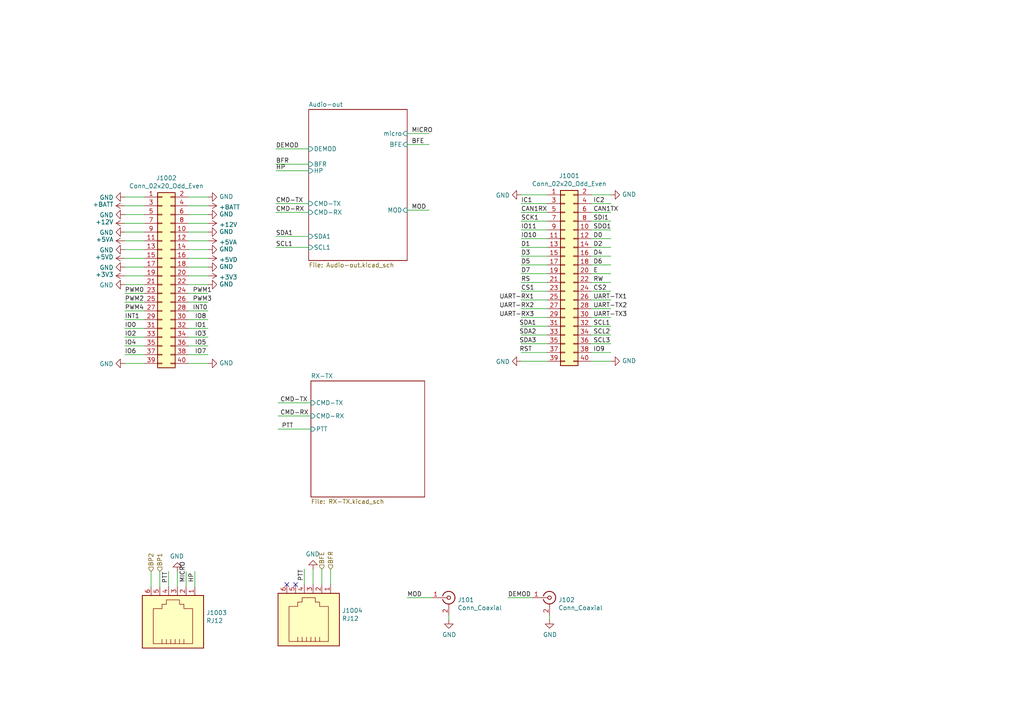
<source format=kicad_sch>
(kicad_sch (version 20211123) (generator eeschema)
  (paper "A4")
  (lib_symbols
    (symbol "Connector:Conn_Coaxial" (pin_names (offset 1.016) hide)
      (property "Reference" "J" (at 0.254 3.048 0))
      (property "Value" "Conn_Coaxial" (at 2.921 0 90))
      (symbol "Conn_Coaxial_0_1"
        (arc (start -1.778 -0.508) (mid 0.2311 -1.8066) (end 1.778 0) (stroke (width 0.254)))
        (polyline (pts (xy -2.54 0) (xy -0.508 0)))
        (polyline (pts (xy 0 -2.54) (xy 0 -1.778)))
        (circle (center 0 0) (radius 0.508) (stroke (width 0.2032)))
        (arc (start 1.778 0) (mid 0.2099 1.8101) (end -1.778 0.508) (stroke (width 0.254)))
      )
      (symbol "Conn_Coaxial_1_1"
        (pin passive line (at -5.08 0 0) (length 2.54) (name "In") (number "1"))
        (pin passive line (at 0 -5.08 90) (length 2.54) (name "Ext") (number "2"))
      )
    )
    (symbol "Connector:RJ12" (pin_names (offset 1.016))
      (property "Reference" "J" (at -5.08 11.43 0))
      (property "Value" "RJ12" (at 2.54 11.43 0))
      (symbol "RJ12_0_1"
        (polyline (pts (xy -6.35 -1.905) (xy -5.08 -1.905) (xy -5.08 -1.905)))
        (polyline (pts (xy -6.35 -0.635) (xy -5.08 -0.635) (xy -5.08 -0.635)))
        (polyline (pts (xy -6.35 0.635) (xy -5.08 0.635) (xy -5.08 0.635)))
        (polyline (pts (xy -6.35 1.905) (xy -5.08 1.905) (xy -5.08 1.905)))
        (polyline (pts (xy -6.35 3.175) (xy -5.08 3.175) (xy -5.08 3.175)))
        (polyline (pts (xy -5.08 4.445) (xy -6.35 4.445) (xy -6.35 4.445)))
        (polyline (pts (xy -6.35 -4.445) (xy -6.35 6.985) (xy 3.81 6.985) (xy 3.81 4.445) (xy 5.08 4.445) (xy 5.08 3.175) (xy 6.35 3.175) (xy 6.35 -0.635) (xy 5.08 -0.635) (xy 5.08 -1.905) (xy 3.81 -1.905) (xy 3.81 -4.445) (xy -6.35 -4.445) (xy -6.35 -4.445)))
        (rectangle (start 7.62 10.16) (end -7.62 -7.62) (stroke (width 0.254)) (fill (type background)))
      )
      (symbol "RJ12_1_1"
        (pin passive line (at 10.16 -5.08 180) (length 2.54) (name "~") (number "1"))
        (pin passive line (at 10.16 -2.54 180) (length 2.54) (name "~") (number "2"))
        (pin passive line (at 10.16 0 180) (length 2.54) (name "~") (number "3"))
        (pin passive line (at 10.16 2.54 180) (length 2.54) (name "~") (number "4"))
        (pin passive line (at 10.16 5.08 180) (length 2.54) (name "~") (number "5"))
        (pin passive line (at 10.16 7.62 180) (length 2.54) (name "~") (number "6"))
      )
    )
    (symbol "Connector_Generic:Conn_02x20_Odd_Even" (pin_names (offset 1.016) hide)
      (property "Reference" "J" (at 1.27 25.4 0))
      (property "Value" "Conn_02x20_Odd_Even" (at 1.27 -27.94 0))
      (symbol "Conn_02x20_Odd_Even_1_1"
        (rectangle (start -1.27 -25.273) (end 0 -25.527) (stroke (width 0.1524)))
        (rectangle (start -1.27 -22.733) (end 0 -22.987) (stroke (width 0.1524)))
        (rectangle (start -1.27 -20.193) (end 0 -20.447) (stroke (width 0.1524)))
        (rectangle (start -1.27 -17.653) (end 0 -17.907) (stroke (width 0.1524)))
        (rectangle (start -1.27 -15.113) (end 0 -15.367) (stroke (width 0.1524)))
        (rectangle (start -1.27 -12.573) (end 0 -12.827) (stroke (width 0.1524)))
        (rectangle (start -1.27 -10.033) (end 0 -10.287) (stroke (width 0.1524)))
        (rectangle (start -1.27 -7.493) (end 0 -7.747) (stroke (width 0.1524)))
        (rectangle (start -1.27 -4.953) (end 0 -5.207) (stroke (width 0.1524)))
        (rectangle (start -1.27 -2.413) (end 0 -2.667) (stroke (width 0.1524)))
        (rectangle (start -1.27 0.127) (end 0 -0.127) (stroke (width 0.1524)))
        (rectangle (start -1.27 2.667) (end 0 2.413) (stroke (width 0.1524)))
        (rectangle (start -1.27 5.207) (end 0 4.953) (stroke (width 0.1524)))
        (rectangle (start -1.27 7.747) (end 0 7.493) (stroke (width 0.1524)))
        (rectangle (start -1.27 10.287) (end 0 10.033) (stroke (width 0.1524)))
        (rectangle (start -1.27 12.827) (end 0 12.573) (stroke (width 0.1524)))
        (rectangle (start -1.27 15.367) (end 0 15.113) (stroke (width 0.1524)))
        (rectangle (start -1.27 17.907) (end 0 17.653) (stroke (width 0.1524)))
        (rectangle (start -1.27 20.447) (end 0 20.193) (stroke (width 0.1524)))
        (rectangle (start -1.27 22.987) (end 0 22.733) (stroke (width 0.1524)))
        (rectangle (start -1.27 24.13) (end 3.81 -26.67) (stroke (width 0.254)) (fill (type background)))
        (rectangle (start 3.81 -25.273) (end 2.54 -25.527) (stroke (width 0.1524)))
        (rectangle (start 3.81 -22.733) (end 2.54 -22.987) (stroke (width 0.1524)))
        (rectangle (start 3.81 -20.193) (end 2.54 -20.447) (stroke (width 0.1524)))
        (rectangle (start 3.81 -17.653) (end 2.54 -17.907) (stroke (width 0.1524)))
        (rectangle (start 3.81 -15.113) (end 2.54 -15.367) (stroke (width 0.1524)))
        (rectangle (start 3.81 -12.573) (end 2.54 -12.827) (stroke (width 0.1524)))
        (rectangle (start 3.81 -10.033) (end 2.54 -10.287) (stroke (width 0.1524)))
        (rectangle (start 3.81 -7.493) (end 2.54 -7.747) (stroke (width 0.1524)))
        (rectangle (start 3.81 -4.953) (end 2.54 -5.207) (stroke (width 0.1524)))
        (rectangle (start 3.81 -2.413) (end 2.54 -2.667) (stroke (width 0.1524)))
        (rectangle (start 3.81 0.127) (end 2.54 -0.127) (stroke (width 0.1524)))
        (rectangle (start 3.81 2.667) (end 2.54 2.413) (stroke (width 0.1524)))
        (rectangle (start 3.81 5.207) (end 2.54 4.953) (stroke (width 0.1524)))
        (rectangle (start 3.81 7.747) (end 2.54 7.493) (stroke (width 0.1524)))
        (rectangle (start 3.81 10.287) (end 2.54 10.033) (stroke (width 0.1524)))
        (rectangle (start 3.81 12.827) (end 2.54 12.573) (stroke (width 0.1524)))
        (rectangle (start 3.81 15.367) (end 2.54 15.113) (stroke (width 0.1524)))
        (rectangle (start 3.81 17.907) (end 2.54 17.653) (stroke (width 0.1524)))
        (rectangle (start 3.81 20.447) (end 2.54 20.193) (stroke (width 0.1524)))
        (rectangle (start 3.81 22.987) (end 2.54 22.733) (stroke (width 0.1524)))
        (pin passive line (at -5.08 22.86 0) (length 3.81) (name "Pin_1") (number "1"))
        (pin passive line (at 7.62 12.7 180) (length 3.81) (name "Pin_10") (number "10"))
        (pin passive line (at -5.08 10.16 0) (length 3.81) (name "Pin_11") (number "11"))
        (pin passive line (at 7.62 10.16 180) (length 3.81) (name "Pin_12") (number "12"))
        (pin passive line (at -5.08 7.62 0) (length 3.81) (name "Pin_13") (number "13"))
        (pin passive line (at 7.62 7.62 180) (length 3.81) (name "Pin_14") (number "14"))
        (pin passive line (at -5.08 5.08 0) (length 3.81) (name "Pin_15") (number "15"))
        (pin passive line (at 7.62 5.08 180) (length 3.81) (name "Pin_16") (number "16"))
        (pin passive line (at -5.08 2.54 0) (length 3.81) (name "Pin_17") (number "17"))
        (pin passive line (at 7.62 2.54 180) (length 3.81) (name "Pin_18") (number "18"))
        (pin passive line (at -5.08 0 0) (length 3.81) (name "Pin_19") (number "19"))
        (pin passive line (at 7.62 22.86 180) (length 3.81) (name "Pin_2") (number "2"))
        (pin passive line (at 7.62 0 180) (length 3.81) (name "Pin_20") (number "20"))
        (pin passive line (at -5.08 -2.54 0) (length 3.81) (name "Pin_21") (number "21"))
        (pin passive line (at 7.62 -2.54 180) (length 3.81) (name "Pin_22") (number "22"))
        (pin passive line (at -5.08 -5.08 0) (length 3.81) (name "Pin_23") (number "23"))
        (pin passive line (at 7.62 -5.08 180) (length 3.81) (name "Pin_24") (number "24"))
        (pin passive line (at -5.08 -7.62 0) (length 3.81) (name "Pin_25") (number "25"))
        (pin passive line (at 7.62 -7.62 180) (length 3.81) (name "Pin_26") (number "26"))
        (pin passive line (at -5.08 -10.16 0) (length 3.81) (name "Pin_27") (number "27"))
        (pin passive line (at 7.62 -10.16 180) (length 3.81) (name "Pin_28") (number "28"))
        (pin passive line (at -5.08 -12.7 0) (length 3.81) (name "Pin_29") (number "29"))
        (pin passive line (at -5.08 20.32 0) (length 3.81) (name "Pin_3") (number "3"))
        (pin passive line (at 7.62 -12.7 180) (length 3.81) (name "Pin_30") (number "30"))
        (pin passive line (at -5.08 -15.24 0) (length 3.81) (name "Pin_31") (number "31"))
        (pin passive line (at 7.62 -15.24 180) (length 3.81) (name "Pin_32") (number "32"))
        (pin passive line (at -5.08 -17.78 0) (length 3.81) (name "Pin_33") (number "33"))
        (pin passive line (at 7.62 -17.78 180) (length 3.81) (name "Pin_34") (number "34"))
        (pin passive line (at -5.08 -20.32 0) (length 3.81) (name "Pin_35") (number "35"))
        (pin passive line (at 7.62 -20.32 180) (length 3.81) (name "Pin_36") (number "36"))
        (pin passive line (at -5.08 -22.86 0) (length 3.81) (name "Pin_37") (number "37"))
        (pin passive line (at 7.62 -22.86 180) (length 3.81) (name "Pin_38") (number "38"))
        (pin passive line (at -5.08 -25.4 0) (length 3.81) (name "Pin_39") (number "39"))
        (pin passive line (at 7.62 20.32 180) (length 3.81) (name "Pin_4") (number "4"))
        (pin passive line (at 7.62 -25.4 180) (length 3.81) (name "Pin_40") (number "40"))
        (pin passive line (at -5.08 17.78 0) (length 3.81) (name "Pin_5") (number "5"))
        (pin passive line (at 7.62 17.78 180) (length 3.81) (name "Pin_6") (number "6"))
        (pin passive line (at -5.08 15.24 0) (length 3.81) (name "Pin_7") (number "7"))
        (pin passive line (at 7.62 15.24 180) (length 3.81) (name "Pin_8") (number "8"))
        (pin passive line (at -5.08 12.7 0) (length 3.81) (name "Pin_9") (number "9"))
      )
    )
    (symbol "power:+12V" (power) (pin_names (offset 0))
      (property "Value" "+12V" (at 0 3.556 0))
      (symbol "+12V_0_1"
        (polyline (pts (xy -0.762 1.27) (xy 0 2.54)))
        (polyline (pts (xy 0 0) (xy 0 2.54)))
        (polyline (pts (xy 0 2.54) (xy 0.762 1.27)))
      )
      (symbol "+12V_1_1"
        (pin power_in line (at 0 0 90) (length 0) hide (name "+12V") (number "1"))
      )
    )
    (symbol "power:+3.3V" (power) (pin_names (offset 0))
      (property "Value" "+3.3V" (at 0 3.556 0))
      (symbol "+3.3V_0_1"
        (polyline (pts (xy -0.762 1.27) (xy 0 2.54)))
        (polyline (pts (xy 0 0) (xy 0 2.54)))
        (polyline (pts (xy 0 2.54) (xy 0.762 1.27)))
      )
      (symbol "+3.3V_1_1"
        (pin power_in line (at 0 0 90) (length 0) hide (name "+3V3") (number "1"))
      )
    )
    (symbol "power:+5VA" (power) (pin_names (offset 0))
      (property "Value" "+5VA" (at 0 3.556 0))
      (symbol "+5VA_0_1"
        (polyline (pts (xy -0.762 1.27) (xy 0 2.54)))
        (polyline (pts (xy 0 0) (xy 0 2.54)))
        (polyline (pts (xy 0 2.54) (xy 0.762 1.27)))
      )
      (symbol "+5VA_1_1"
        (pin power_in line (at 0 0 90) (length 0) hide (name "+5VA") (number "1"))
      )
    )
    (symbol "power:+5VD" (power) (pin_names (offset 0))
      (property "Value" "+5VD" (at 0 3.556 0))
      (symbol "+5VD_0_1"
        (polyline (pts (xy -0.762 1.27) (xy 0 2.54)))
        (polyline (pts (xy 0 0) (xy 0 2.54)))
        (polyline (pts (xy 0 2.54) (xy 0.762 1.27)))
      )
      (symbol "+5VD_1_1"
        (pin power_in line (at 0 0 90) (length 0) hide (name "+5VD") (number "1"))
      )
    )
    (symbol "power:+BATT" (power) (pin_names (offset 0))
      (property "Value" "+BATT" (at 0 3.556 0))
      (symbol "+BATT_0_1"
        (polyline (pts (xy -0.762 1.27) (xy 0 2.54)))
        (polyline (pts (xy 0 0) (xy 0 2.54)))
        (polyline (pts (xy 0 2.54) (xy 0.762 1.27)))
      )
      (symbol "+BATT_1_1"
        (pin power_in line (at 0 0 90) (length 0) hide (name "+BATT") (number "1"))
      )
    )
    (symbol "power:GND" (power) (pin_names (offset 0))
      (property "Value" "GND" (at 0 -3.81 0))
      (symbol "GND_0_1"
        (polyline (pts (xy 0 0) (xy 0 -1.27) (xy 1.27 -1.27) (xy 0 -2.54) (xy -1.27 -1.27) (xy 0 -1.27)))
      )
      (symbol "GND_1_1"
        (pin power_in line (at 0 0 270) (length 0) hide (name "GND") (number "1"))
      )
    )
  )
  (no_connect (at 85.725 169.545))
  (no_connect (at 83.185 169.545))
  (wire (pts (xy 95.885 169.545) (xy 95.885 165.1)))
  (wire (pts (xy 158.75 74.295) (xy 151.13 74.295)))
  (wire (pts (xy 41.91 57.15) (xy 36.195 57.15)))
  (wire (pts (xy 60.325 92.71) (xy 54.61 92.71)))
  (wire (pts (xy 41.91 69.85) (xy 36.195 69.85)))
  (wire (pts (xy 154.305 173.355) (xy 147.32 173.355)))
  (wire (pts (xy 177.165 64.135) (xy 171.45 64.135)))
  (wire (pts (xy 158.75 94.615) (xy 151.13 94.615)))
  (wire (pts (xy 158.75 71.755) (xy 151.13 71.755)))
  (wire (pts (xy 158.75 79.375) (xy 151.13 79.375)))
  (wire (pts (xy 158.75 89.535) (xy 151.13 89.535)))
  (wire (pts (xy 60.325 100.33) (xy 54.61 100.33)))
  (wire (pts (xy 41.91 82.55) (xy 36.195 82.55)))
  (wire (pts (xy 41.91 102.87) (xy 36.195 102.87)))
  (wire (pts (xy 177.165 66.675) (xy 171.45 66.675)))
  (wire (pts (xy 60.325 67.31) (xy 54.61 67.31)))
  (wire (pts (xy 158.75 99.695) (xy 151.13 99.695)))
  (wire (pts (xy 177.165 61.595) (xy 171.45 61.595)))
  (wire (pts (xy 80.01 71.755) (xy 89.535 71.755)))
  (wire (pts (xy 80.01 68.58) (xy 89.535 68.58)))
  (wire (pts (xy 41.91 90.17) (xy 36.195 90.17)))
  (wire (pts (xy 80.01 43.18) (xy 89.535 43.18)))
  (wire (pts (xy 46.355 165.735) (xy 46.355 170.18)))
  (wire (pts (xy 80.01 61.595) (xy 89.535 61.595)))
  (wire (pts (xy 158.75 104.775) (xy 151.13 104.775)))
  (wire (pts (xy 43.815 165.735) (xy 43.815 170.18)))
  (wire (pts (xy 60.325 87.63) (xy 54.61 87.63)))
  (wire (pts (xy 48.895 165.735) (xy 48.895 170.18)))
  (wire (pts (xy 158.75 61.595) (xy 151.13 61.595)))
  (wire (pts (xy 177.165 56.515) (xy 171.45 56.515)))
  (wire (pts (xy 151.13 81.915) (xy 158.75 81.915)))
  (wire (pts (xy 177.165 86.995) (xy 171.45 86.995)))
  (wire (pts (xy 41.91 85.09) (xy 36.195 85.09)))
  (wire (pts (xy 90.17 124.46) (xy 80.645 124.46)))
  (wire (pts (xy 60.325 57.15) (xy 54.61 57.15)))
  (wire (pts (xy 53.975 165.735) (xy 53.975 170.18)))
  (wire (pts (xy 177.165 99.695) (xy 171.45 99.695)))
  (wire (pts (xy 158.75 86.995) (xy 151.13 86.995)))
  (wire (pts (xy 88.265 165.1) (xy 88.265 169.545)))
  (wire (pts (xy 60.325 72.39) (xy 54.61 72.39)))
  (wire (pts (xy 118.11 173.355) (xy 125.095 173.355)))
  (wire (pts (xy 80.01 59.055) (xy 89.535 59.055)))
  (wire (pts (xy 60.325 105.41) (xy 54.61 105.41)))
  (wire (pts (xy 177.165 71.755) (xy 171.45 71.755)))
  (wire (pts (xy 56.515 170.18) (xy 56.515 165.735)))
  (wire (pts (xy 124.46 38.735) (xy 118.11 38.735)))
  (wire (pts (xy 60.325 62.23) (xy 54.61 62.23)))
  (wire (pts (xy 60.325 64.77) (xy 54.61 64.77)))
  (wire (pts (xy 177.165 69.215) (xy 171.45 69.215)))
  (wire (pts (xy 80.01 49.53) (xy 89.535 49.53)))
  (wire (pts (xy 41.91 77.47) (xy 36.195 77.47)))
  (wire (pts (xy 177.165 97.155) (xy 171.45 97.155)))
  (wire (pts (xy 177.165 84.455) (xy 171.45 84.455)))
  (wire (pts (xy 60.325 74.93) (xy 54.61 74.93)))
  (wire (pts (xy 80.01 47.625) (xy 89.535 47.625)))
  (wire (pts (xy 158.75 92.075) (xy 151.13 92.075)))
  (wire (pts (xy 177.165 94.615) (xy 171.45 94.615)))
  (wire (pts (xy 90.17 120.65) (xy 80.645 120.65)))
  (wire (pts (xy 158.75 69.215) (xy 151.13 69.215)))
  (wire (pts (xy 177.165 92.075) (xy 171.45 92.075)))
  (wire (pts (xy 177.165 74.295) (xy 171.45 74.295)))
  (wire (pts (xy 93.345 165.1) (xy 93.345 169.545)))
  (wire (pts (xy 41.91 92.71) (xy 36.195 92.71)))
  (wire (pts (xy 158.75 97.155) (xy 151.13 97.155)))
  (wire (pts (xy 177.165 59.055) (xy 171.45 59.055)))
  (wire (pts (xy 60.325 97.79) (xy 54.61 97.79)))
  (wire (pts (xy 130.175 178.435) (xy 130.175 179.705)))
  (wire (pts (xy 60.325 85.09) (xy 54.61 85.09)))
  (wire (pts (xy 124.46 41.91) (xy 118.11 41.91)))
  (wire (pts (xy 177.165 89.535) (xy 171.45 89.535)))
  (wire (pts (xy 41.91 105.41) (xy 36.195 105.41)))
  (wire (pts (xy 60.325 102.87) (xy 54.61 102.87)))
  (wire (pts (xy 177.165 104.775) (xy 171.45 104.775)))
  (wire (pts (xy 177.165 79.375) (xy 171.45 79.375)))
  (wire (pts (xy 60.325 80.01) (xy 54.61 80.01)))
  (wire (pts (xy 41.91 67.31) (xy 36.195 67.31)))
  (wire (pts (xy 60.325 82.55) (xy 54.61 82.55)))
  (wire (pts (xy 158.75 102.235) (xy 151.13 102.235)))
  (wire (pts (xy 177.165 76.835) (xy 171.45 76.835)))
  (wire (pts (xy 158.75 84.455) (xy 151.13 84.455)))
  (wire (pts (xy 41.91 62.23) (xy 36.195 62.23)))
  (wire (pts (xy 158.75 66.675) (xy 151.13 66.675)))
  (wire (pts (xy 60.325 69.85) (xy 54.61 69.85)))
  (wire (pts (xy 158.75 76.835) (xy 151.13 76.835)))
  (wire (pts (xy 41.91 72.39) (xy 36.195 72.39)))
  (wire (pts (xy 41.91 80.01) (xy 36.195 80.01)))
  (wire (pts (xy 60.325 59.69) (xy 54.61 59.69)))
  (wire (pts (xy 41.91 74.93) (xy 36.195 74.93)))
  (wire (pts (xy 158.75 64.135) (xy 151.13 64.135)))
  (wire (pts (xy 60.325 95.25) (xy 54.61 95.25)))
  (wire (pts (xy 60.325 77.47) (xy 54.61 77.47)))
  (wire (pts (xy 118.11 60.96) (xy 124.46 60.96)))
  (wire (pts (xy 41.91 97.79) (xy 36.195 97.79)))
  (wire (pts (xy 158.75 56.515) (xy 151.13 56.515)))
  (wire (pts (xy 60.325 90.17) (xy 54.61 90.17)))
  (wire (pts (xy 90.805 165.1) (xy 90.805 169.545)))
  (wire (pts (xy 41.91 59.69) (xy 36.195 59.69)))
  (wire (pts (xy 41.91 87.63) (xy 36.195 87.63)))
  (wire (pts (xy 158.75 59.055) (xy 151.13 59.055)))
  (wire (pts (xy 159.385 178.435) (xy 159.385 179.705)))
  (wire (pts (xy 41.91 64.77) (xy 36.195 64.77)))
  (wire (pts (xy 51.435 165.735) (xy 51.435 170.18)))
  (wire (pts (xy 177.165 81.915) (xy 171.45 81.915)))
  (wire (pts (xy 90.17 116.84) (xy 80.645 116.84)))
  (wire (pts (xy 41.91 100.33) (xy 36.195 100.33)))
  (wire (pts (xy 41.91 95.25) (xy 36.195 95.25)))
  (wire (pts (xy 177.165 102.235) (xy 171.45 102.235)))
  (label "E" (at 172.085 79.375 0))
  (label "PWM0" (at 36.195 85.09 0))
  (label "INT1" (at 36.195 92.71 0))
  (label "IO1" (at 56.515 95.25 0))
  (label "PWM2" (at 36.195 87.63 0))
  (label "SCL1" (at 172.085 94.615 0))
  (label "DEMOD" (at 147.32 173.355 0))
  (label "IO0" (at 36.195 95.25 0))
  (label "IC2" (at 172.085 59.055 0))
  (label "D3" (at 151.13 74.295 0))
  (label "RS" (at 151.13 81.915 0))
  (label "D0" (at 172.085 69.215 0))
  (label "SCL3" (at 172.085 99.695 0))
  (label "UART-RX1" (at 154.94 86.995 180))
  (label "UART-TX3" (at 172.085 92.075 0))
  (label "IO6" (at 36.195 102.87 0))
  (label "IO5" (at 56.515 100.33 0))
  (label "MOD" (at 118.11 173.355 0))
  (label "IO7" (at 56.515 102.87 0))
  (label "CAN1RX" (at 151.13 61.595 0))
  (label "MOD" (at 119.38 60.96 0))
  (label "D2" (at 172.085 71.755 0))
  (label "CMD-RX" (at 80.01 61.595 0))
  (label "PTT" (at 88.265 165.1 270))
  (label "MICRO" (at 53.975 168.91 90))
  (label "IO9" (at 172.085 102.235 0))
  (label "PWM4" (at 36.195 90.17 0))
  (label "INT0" (at 55.88 90.17 0))
  (label "IO2" (at 36.195 97.79 0))
  (label "D4" (at 172.085 74.295 0))
  (label "BFE" (at 119.38 41.91 0))
  (label "SDA3" (at 155.575 99.695 180))
  (label "RST" (at 154.305 102.235 180))
  (label "PWM1" (at 55.88 85.09 0))
  (label "SDI1" (at 172.085 64.135 0))
  (label "IO8" (at 56.515 92.71 0))
  (label "SCK1" (at 151.13 64.135 0))
  (label "IC1" (at 151.13 59.055 0))
  (label "CS1" (at 151.13 84.455 0))
  (label "PTT" (at 85.09 124.46 180))
  (label "UART-TX1" (at 172.085 86.995 0))
  (label "PTT" (at 48.895 165.735 270))
  (label "UART-RX3" (at 154.94 92.075 180))
  (label "D1" (at 151.13 71.755 0))
  (label "HP" (at 80.01 49.53 0))
  (label "D7" (at 151.13 79.375 0))
  (label "UART-RX2" (at 154.94 89.535 180))
  (label "SDA2" (at 155.575 97.155 180))
  (label "HP" (at 56.515 168.91 90))
  (label "CMD-TX" (at 81.28 116.84 0))
  (label "CMD-TX" (at 80.01 59.055 0))
  (label "UART-TX2" (at 172.085 89.535 0))
  (label "MICRO" (at 119.38 38.735 0))
  (label "SDO1" (at 172.085 66.675 0))
  (label "CS2" (at 172.085 84.455 0))
  (label "SDA1" (at 80.01 68.58 0))
  (label "IO10" (at 151.13 69.215 0))
  (label "PWM3" (at 55.88 87.63 0))
  (label "SCL2" (at 172.085 97.155 0))
  (label "CMD-RX" (at 81.28 120.65 0))
  (label "IO3" (at 56.515 97.79 0))
  (label "RW" (at 172.085 81.915 0))
  (label "SCL1" (at 80.01 71.755 0))
  (label "DEMOD" (at 80.01 43.18 0))
  (label "SDA1" (at 155.575 94.615 180))
  (label "D6" (at 172.085 76.835 0))
  (label "D5" (at 151.13 76.835 0))
  (label "CAN1TX" (at 172.085 61.595 0))
  (label "BFR" (at 80.01 47.625 0))
  (label "IO11" (at 151.13 66.675 0))
  (label "IO4" (at 36.195 100.33 0))
  (hierarchical_label "BP1" (shape input) (at 46.355 165.735 90))
  (hierarchical_label "BFE" (shape input) (at 93.345 165.1 90))
  (hierarchical_label "BFR" (shape input) (at 95.885 165.1 90))
  (hierarchical_label "BP2" (shape input) (at 43.815 165.735 90))
  (symbol (lib_id "Connector_Generic:Conn_02x20_Odd_Even") (at 163.83 79.375 0) (unit 1)
    (property "Reference" "J1001" (at 165.1 51.0032 0))
    (property "Value" "Conn_02x20_Odd_Even" (at 165.1 53.3146 0))
    (property "Footprint" "Connector_PinSocket_2.54mm:PinSocket_2x20_P2.54mm_Vertical" (effects hide))
  )
  (symbol (lib_id "Connector_Generic:Conn_02x20_Odd_Even") (at 46.99 80.01 0) (unit 1)
    (property "Reference" "J1002" (at 48.26 51.6382 0))
    (property "Value" "Conn_02x20_Odd_Even" (at 48.26 53.9496 0))
    (property "Footprint" "Connector_PinSocket_2.54mm:PinSocket_2x20_P2.54mm_Vertical" (effects hide))
  )
  (symbol (lib_id "power:GND") (at 60.325 57.15 90) (unit 1)
    (property "Reference" "#PWR0101" (effects hide))
    (property "Value" "GND" (at 63.5762 57.023 90) (effects (justify right)))
  )
  (symbol (lib_id "power:GND") (at 60.325 62.23 90) (unit 1)
    (property "Reference" "#PWR0102" (effects hide))
    (property "Value" "GND" (at 63.5762 62.103 90) (effects (justify right)))
  )
  (symbol (lib_id "power:GND") (at 60.325 67.31 90) (unit 1)
    (property "Reference" "#PWR0103" (effects hide))
    (property "Value" "GND" (at 63.5762 67.183 90) (effects (justify right)))
  )
  (symbol (lib_id "power:GND") (at 60.325 72.39 90) (unit 1)
    (property "Reference" "#PWR0104" (effects hide))
    (property "Value" "GND" (at 63.5762 72.263 90) (effects (justify right)))
  )
  (symbol (lib_id "power:GND") (at 60.325 77.47 90) (unit 1)
    (property "Reference" "#PWR0105" (effects hide))
    (property "Value" "GND" (at 63.5762 77.343 90) (effects (justify right)))
  )
  (symbol (lib_id "power:GND") (at 36.195 77.47 270) (unit 1)
    (property "Reference" "#PWR0106" (effects hide))
    (property "Value" "GND" (at 32.9438 77.597 90) (effects (justify right)))
  )
  (symbol (lib_id "power:GND") (at 36.195 72.39 270) (unit 1)
    (property "Reference" "#PWR0107" (effects hide))
    (property "Value" "GND" (at 32.9438 72.517 90) (effects (justify right)))
  )
  (symbol (lib_id "power:GND") (at 36.195 67.31 270) (unit 1)
    (property "Reference" "#PWR0108" (effects hide))
    (property "Value" "GND" (at 32.9438 67.437 90) (effects (justify right)))
  )
  (symbol (lib_id "power:GND") (at 36.195 62.23 270) (unit 1)
    (property "Reference" "#PWR0109" (effects hide))
    (property "Value" "GND" (at 32.9438 62.357 90) (effects (justify right)))
  )
  (symbol (lib_id "power:GND") (at 36.195 57.15 270) (unit 1)
    (property "Reference" "#PWR0110" (effects hide))
    (property "Value" "GND" (at 32.9438 57.277 90) (effects (justify right)))
  )
  (symbol (lib_id "power:GND") (at 36.195 105.41 270) (unit 1)
    (property "Reference" "#PWR0111" (effects hide))
    (property "Value" "GND" (at 32.9438 105.537 90) (effects (justify right)))
  )
  (symbol (lib_id "power:GND") (at 60.325 105.41 90) (unit 1)
    (property "Reference" "#PWR0112" (effects hide))
    (property "Value" "GND" (at 63.5762 105.283 90) (effects (justify right)))
  )
  (symbol (lib_id "power:+BATT") (at 60.325 59.69 270) (unit 1)
    (property "Reference" "#PWR0113" (effects hide))
    (property "Value" "+BATT" (at 63.5762 60.071 90) (effects (justify left)))
  )
  (symbol (lib_id "power:+BATT") (at 36.195 59.69 90) (unit 1)
    (property "Reference" "#PWR0114" (effects hide))
    (property "Value" "+BATT" (at 32.9692 59.309 90) (effects (justify left)))
  )
  (symbol (lib_id "power:+12V") (at 36.195 64.77 90) (unit 1)
    (property "Reference" "#PWR0115" (effects hide))
    (property "Value" "+12V" (at 32.9438 64.389 90) (effects (justify left)))
  )
  (symbol (lib_id "power:+12V") (at 60.325 64.77 270) (unit 1)
    (property "Reference" "#PWR0116" (effects hide))
    (property "Value" "+12V" (at 63.5762 65.151 90) (effects (justify left)))
  )
  (symbol (lib_id "power:+5VA") (at 36.195 69.85 90) (unit 1)
    (property "Reference" "#PWR0117" (effects hide))
    (property "Value" "+5VA" (at 32.9692 69.469 90) (effects (justify left)))
  )
  (symbol (lib_id "power:+5VA") (at 60.325 69.85 270) (unit 1)
    (property "Reference" "#PWR0118" (effects hide))
    (property "Value" "+5VA" (at 63.5762 70.231 90) (effects (justify left)))
  )
  (symbol (lib_id "power:+5VD") (at 36.195 74.93 90) (unit 1)
    (property "Reference" "#PWR0119" (effects hide))
    (property "Value" "+5VD" (at 32.9438 74.549 90) (effects (justify left)))
  )
  (symbol (lib_id "power:+5VD") (at 60.325 74.93 270) (unit 1)
    (property "Reference" "#PWR0120" (effects hide))
    (property "Value" "+5VD" (at 63.5762 75.311 90) (effects (justify left)))
  )
  (symbol (lib_id "power:+3.3V") (at 36.195 80.01 90) (unit 1)
    (property "Reference" "#PWR0121" (effects hide))
    (property "Value" "+3.3V" (at 32.9438 79.629 90) (effects (justify left)))
  )
  (symbol (lib_id "power:+3.3V") (at 60.325 80.01 270) (unit 1)
    (property "Reference" "#PWR0122" (effects hide))
    (property "Value" "+3.3V" (at 63.5762 80.391 90) (effects (justify left)))
  )
  (symbol (lib_id "power:GND") (at 36.195 82.55 270) (unit 1)
    (property "Reference" "#PWR0123" (effects hide))
    (property "Value" "GND" (at 32.9438 82.677 90) (effects (justify right)))
  )
  (symbol (lib_id "power:GND") (at 60.325 82.55 90) (unit 1)
    (property "Reference" "#PWR0124" (effects hide))
    (property "Value" "GND" (at 63.5762 82.423 90) (effects (justify right)))
  )
  (symbol (lib_id "power:GND") (at 151.13 56.515 270) (unit 1)
    (property "Reference" "#PWR0125" (effects hide))
    (property "Value" "GND" (at 147.8788 56.642 90) (effects (justify right)))
  )
  (symbol (lib_id "power:GND") (at 177.165 56.515 90) (unit 1)
    (property "Reference" "#PWR0126" (effects hide))
    (property "Value" "GND" (at 180.4162 56.388 90) (effects (justify right)))
  )
  (symbol (lib_id "power:GND") (at 177.165 104.775 90) (unit 1)
    (property "Reference" "#PWR0127" (effects hide))
    (property "Value" "GND" (at 180.4162 104.648 90) (effects (justify right)))
  )
  (symbol (lib_id "power:GND") (at 151.13 104.775 270) (unit 1)
    (property "Reference" "#PWR0128" (effects hide))
    (property "Value" "GND" (at 147.8788 104.902 90) (effects (justify right)))
  )
  (symbol (lib_id "Connector:RJ12") (at 51.435 180.34 90) (unit 1)
    (property "Reference" "J1003" (at 59.817 177.7238 90) (effects (justify right)))
    (property "Value" "RJ12" (at 59.817 180.0352 90) (effects (justify right)))
    (property "Footprint" "Connector_RJ:RJ12_Amphenol_54601" (effects hide))
  )
  (symbol (lib_id "Connector:RJ12") (at 90.805 179.705 90) (unit 1)
    (property "Reference" "J1004" (at 99.187 177.0888 90) (effects (justify right)))
    (property "Value" "RJ12" (at 99.187 179.4002 90) (effects (justify right)))
    (property "Footprint" "Connector_RJ:RJ12_Amphenol_54601" (effects hide))
  )
  (symbol (lib_id "power:GND") (at 51.435 165.735 180) (unit 1)
    (property "Reference" "#PWR0145" (effects hide))
    (property "Value" "GND" (at 51.308 161.3408 0))
  )
  (symbol (lib_id "power:GND") (at 90.805 165.1 180) (unit 1)
    (property "Reference" "#PWR0146" (effects hide))
    (property "Value" "GND" (at 90.678 160.7058 0))
  )
  (symbol (lib_id "Connector:Conn_Coaxial") (at 130.175 173.355 0) (unit 1)
    (property "Reference" "J101" (at 132.715 173.99 0) (effects (justify left)))
    (property "Value" "Conn_Coaxial" (at 132.715 176.3014 0) (effects (justify left)))
    (property "Footprint" "Connector_Coaxial:SMA_Molex_73251-2200_Horizontal" (effects hide))
    (property "Datasheet" " ~" (effects hide))
  )
  (symbol (lib_id "Connector:Conn_Coaxial") (at 159.385 173.355 0) (unit 1)
    (property "Reference" "J102" (at 161.925 173.99 0) (effects (justify left)))
    (property "Value" "Conn_Coaxial" (at 161.925 176.3014 0) (effects (justify left)))
    (property "Footprint" "Connector_Coaxial:SMA_Molex_73251-2200_Horizontal" (effects hide))
    (property "Datasheet" " ~" (effects hide))
  )
  (symbol (lib_id "power:GND") (at 159.385 179.705 0) (unit 1)
    (property "Reference" "#PWR0192" (effects hide))
    (property "Value" "GND" (at 159.512 184.0992 0))
  )
  (symbol (lib_id "power:GND") (at 130.175 179.705 0) (unit 1)
    (property "Reference" "#PWR0193" (effects hide))
    (property "Value" "GND" (at 130.302 184.0992 0))
  )
  (sheet (at 89.535 31.75) (size 28.575 43.815)
    (property "Sheet name" "Audio-out" (at 89.535 31.0384 0) (effects (justify left bottom)))
    (property "Sheet file" "Audio-out.kicad_sch" (at 89.535 76.1496 0) (effects (justify left top)))
    (pin "BFR" input (at 89.535 47.625 180))
    (pin "HP" input (at 89.535 49.53 180))
    (pin "DEMOD" input (at 89.535 43.18 180))
    (pin "CMD-TX" input (at 89.535 59.055 180))
    (pin "BFE" input (at 118.11 41.91 0))
    (pin "micro" input (at 118.11 38.735 0))
    (pin "CMD-RX" input (at 89.535 61.595 180))
    (pin "SCL1" input (at 89.535 71.755 180))
    (pin "SDA1" input (at 89.535 68.58 180))
    (pin "MOD" input (at 118.11 60.96 0))
  )
  (sheet (at 90.17 110.49) (size 33.02 33.655)
    (property "Sheet name" "RX-TX" (at 90.17 109.7784 0) (effects (justify left bottom)))
    (property "Sheet file" "RX-TX.kicad_sch" (at 90.17 144.7296 0) (effects (justify left top)))
    (pin "CMD-TX" input (at 90.17 116.84 180))
    (pin "CMD-RX" input (at 90.17 120.65 180))
    (pin "PTT" input (at 90.17 124.46 180))
  )
)
</source>
